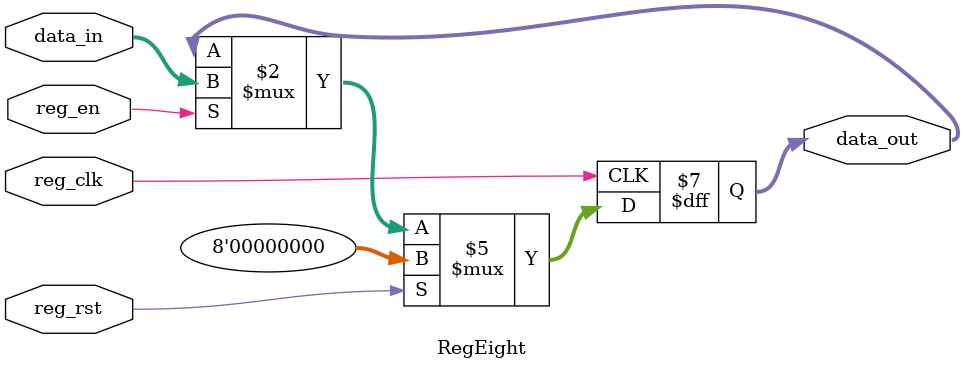
<source format=v>

module RegEight(output reg [7:0] data_out, input [7:0] data_in, input reg_clk, reg_rst, reg_en);

  always @ (posedge reg_clk) begin
    if (reg_rst)
      data_out <= 8'b00000000;
    else if (reg_en)
      data_out <= data_in;
end
endmodule
</source>
